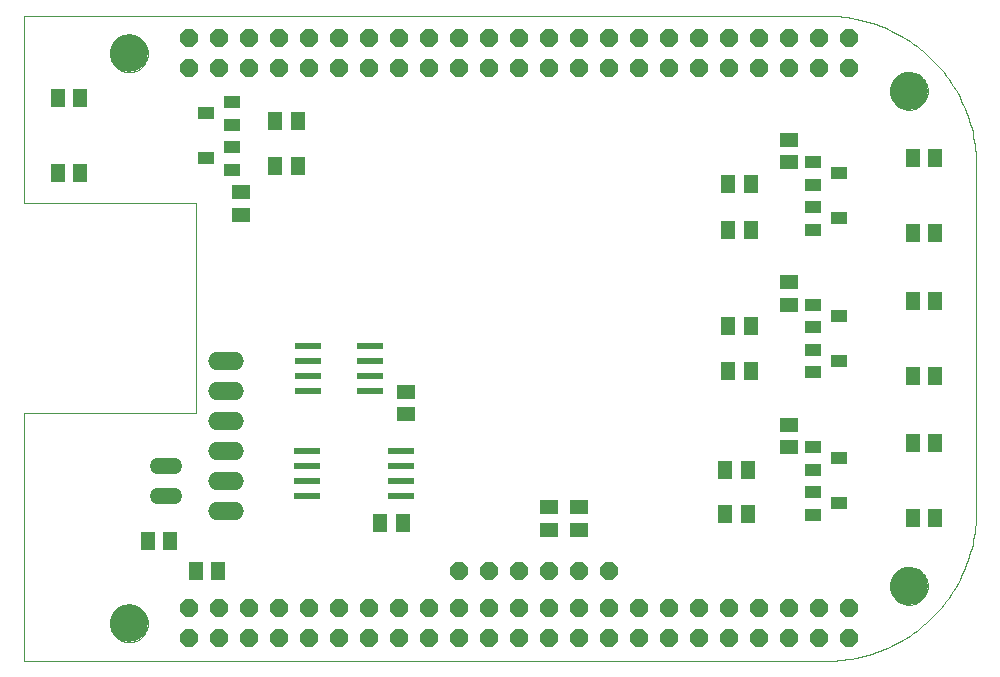
<source format=gbs>
G75*
G70*
%OFA0B0*%
%FSLAX24Y24*%
%IPPOS*%
%LPD*%
%AMOC8*
5,1,8,0,0,1.08239X$1,22.5*
%
%ADD10C,0.0000*%
%ADD11OC8,0.0600*%
%ADD12C,0.1260*%
%ADD13O,0.1200X0.0600*%
%ADD14R,0.0591X0.0512*%
%ADD15R,0.0512X0.0591*%
%ADD16R,0.0866X0.0236*%
%ADD17O,0.1080X0.0540*%
%ADD18R,0.0551X0.0394*%
D10*
X002187Y002187D02*
X002187Y010437D01*
X007937Y010437D01*
X007937Y017437D01*
X002187Y017437D01*
X002187Y023687D01*
X028937Y023687D01*
X031057Y021187D02*
X031060Y021244D01*
X031067Y021301D01*
X031080Y021357D01*
X031098Y021411D01*
X031121Y021464D01*
X031149Y021514D01*
X031181Y021562D01*
X031217Y021606D01*
X031257Y021647D01*
X031301Y021685D01*
X031347Y021718D01*
X031397Y021746D01*
X031449Y021770D01*
X031503Y021790D01*
X031559Y021804D01*
X031615Y021813D01*
X031673Y021817D01*
X031730Y021816D01*
X031787Y021809D01*
X031843Y021797D01*
X031898Y021781D01*
X031951Y021759D01*
X032002Y021733D01*
X032050Y021702D01*
X032096Y021667D01*
X032138Y021627D01*
X032176Y021585D01*
X032210Y021538D01*
X032240Y021489D01*
X032265Y021438D01*
X032285Y021384D01*
X032301Y021329D01*
X032311Y021273D01*
X032316Y021216D01*
X032316Y021158D01*
X032311Y021101D01*
X032301Y021045D01*
X032285Y020990D01*
X032265Y020936D01*
X032240Y020885D01*
X032210Y020836D01*
X032176Y020789D01*
X032138Y020747D01*
X032096Y020707D01*
X032050Y020672D01*
X032002Y020641D01*
X031951Y020615D01*
X031898Y020593D01*
X031843Y020577D01*
X031787Y020565D01*
X031730Y020558D01*
X031673Y020557D01*
X031615Y020561D01*
X031559Y020570D01*
X031503Y020584D01*
X031449Y020604D01*
X031397Y020628D01*
X031347Y020656D01*
X031301Y020689D01*
X031257Y020727D01*
X031217Y020768D01*
X031181Y020812D01*
X031149Y020860D01*
X031121Y020910D01*
X031098Y020963D01*
X031080Y021017D01*
X031067Y021073D01*
X031060Y021130D01*
X031057Y021187D01*
X028937Y023687D02*
X029077Y023685D01*
X029217Y023679D01*
X029357Y023669D01*
X029497Y023656D01*
X029636Y023638D01*
X029775Y023616D01*
X029912Y023591D01*
X030050Y023562D01*
X030186Y023529D01*
X030321Y023492D01*
X030455Y023451D01*
X030588Y023406D01*
X030720Y023358D01*
X030850Y023306D01*
X030979Y023251D01*
X031106Y023192D01*
X031232Y023129D01*
X031356Y023063D01*
X031477Y022994D01*
X031597Y022921D01*
X031715Y022844D01*
X031830Y022765D01*
X031944Y022682D01*
X032054Y022596D01*
X032163Y022507D01*
X032269Y022415D01*
X032372Y022320D01*
X032473Y022223D01*
X032570Y022122D01*
X032665Y022019D01*
X032757Y021913D01*
X032846Y021804D01*
X032932Y021694D01*
X033015Y021580D01*
X033094Y021465D01*
X033171Y021347D01*
X033244Y021227D01*
X033313Y021106D01*
X033379Y020982D01*
X033442Y020856D01*
X033501Y020729D01*
X033556Y020600D01*
X033608Y020470D01*
X033656Y020338D01*
X033701Y020205D01*
X033742Y020071D01*
X033779Y019936D01*
X033812Y019800D01*
X033841Y019662D01*
X033866Y019525D01*
X033888Y019386D01*
X033906Y019247D01*
X033919Y019107D01*
X033929Y018967D01*
X033935Y018827D01*
X033937Y018687D01*
X033937Y007187D01*
X031057Y004687D02*
X031060Y004744D01*
X031067Y004801D01*
X031080Y004857D01*
X031098Y004911D01*
X031121Y004964D01*
X031149Y005014D01*
X031181Y005062D01*
X031217Y005106D01*
X031257Y005147D01*
X031301Y005185D01*
X031347Y005218D01*
X031397Y005246D01*
X031449Y005270D01*
X031503Y005290D01*
X031559Y005304D01*
X031615Y005313D01*
X031673Y005317D01*
X031730Y005316D01*
X031787Y005309D01*
X031843Y005297D01*
X031898Y005281D01*
X031951Y005259D01*
X032002Y005233D01*
X032050Y005202D01*
X032096Y005167D01*
X032138Y005127D01*
X032176Y005085D01*
X032210Y005038D01*
X032240Y004989D01*
X032265Y004938D01*
X032285Y004884D01*
X032301Y004829D01*
X032311Y004773D01*
X032316Y004716D01*
X032316Y004658D01*
X032311Y004601D01*
X032301Y004545D01*
X032285Y004490D01*
X032265Y004436D01*
X032240Y004385D01*
X032210Y004336D01*
X032176Y004289D01*
X032138Y004247D01*
X032096Y004207D01*
X032050Y004172D01*
X032002Y004141D01*
X031951Y004115D01*
X031898Y004093D01*
X031843Y004077D01*
X031787Y004065D01*
X031730Y004058D01*
X031673Y004057D01*
X031615Y004061D01*
X031559Y004070D01*
X031503Y004084D01*
X031449Y004104D01*
X031397Y004128D01*
X031347Y004156D01*
X031301Y004189D01*
X031257Y004227D01*
X031217Y004268D01*
X031181Y004312D01*
X031149Y004360D01*
X031121Y004410D01*
X031098Y004463D01*
X031080Y004517D01*
X031067Y004573D01*
X031060Y004630D01*
X031057Y004687D01*
X028937Y002187D02*
X002187Y002187D01*
X005057Y003437D02*
X005060Y003494D01*
X005067Y003551D01*
X005080Y003607D01*
X005098Y003661D01*
X005121Y003714D01*
X005149Y003764D01*
X005181Y003812D01*
X005217Y003856D01*
X005257Y003897D01*
X005301Y003935D01*
X005347Y003968D01*
X005397Y003996D01*
X005449Y004020D01*
X005503Y004040D01*
X005559Y004054D01*
X005615Y004063D01*
X005673Y004067D01*
X005730Y004066D01*
X005787Y004059D01*
X005843Y004047D01*
X005898Y004031D01*
X005951Y004009D01*
X006002Y003983D01*
X006050Y003952D01*
X006096Y003917D01*
X006138Y003877D01*
X006176Y003835D01*
X006210Y003788D01*
X006240Y003739D01*
X006265Y003688D01*
X006285Y003634D01*
X006301Y003579D01*
X006311Y003523D01*
X006316Y003466D01*
X006316Y003408D01*
X006311Y003351D01*
X006301Y003295D01*
X006285Y003240D01*
X006265Y003186D01*
X006240Y003135D01*
X006210Y003086D01*
X006176Y003039D01*
X006138Y002997D01*
X006096Y002957D01*
X006050Y002922D01*
X006002Y002891D01*
X005951Y002865D01*
X005898Y002843D01*
X005843Y002827D01*
X005787Y002815D01*
X005730Y002808D01*
X005673Y002807D01*
X005615Y002811D01*
X005559Y002820D01*
X005503Y002834D01*
X005449Y002854D01*
X005397Y002878D01*
X005347Y002906D01*
X005301Y002939D01*
X005257Y002977D01*
X005217Y003018D01*
X005181Y003062D01*
X005149Y003110D01*
X005121Y003160D01*
X005098Y003213D01*
X005080Y003267D01*
X005067Y003323D01*
X005060Y003380D01*
X005057Y003437D01*
X028937Y002187D02*
X029077Y002189D01*
X029217Y002195D01*
X029357Y002205D01*
X029497Y002218D01*
X029636Y002236D01*
X029775Y002258D01*
X029912Y002283D01*
X030050Y002312D01*
X030186Y002345D01*
X030321Y002382D01*
X030455Y002423D01*
X030588Y002468D01*
X030720Y002516D01*
X030850Y002568D01*
X030979Y002623D01*
X031106Y002682D01*
X031232Y002745D01*
X031356Y002811D01*
X031477Y002880D01*
X031597Y002953D01*
X031715Y003030D01*
X031830Y003109D01*
X031944Y003192D01*
X032054Y003278D01*
X032163Y003367D01*
X032269Y003459D01*
X032372Y003554D01*
X032473Y003651D01*
X032570Y003752D01*
X032665Y003855D01*
X032757Y003961D01*
X032846Y004070D01*
X032932Y004180D01*
X033015Y004294D01*
X033094Y004409D01*
X033171Y004527D01*
X033244Y004647D01*
X033313Y004768D01*
X033379Y004892D01*
X033442Y005018D01*
X033501Y005145D01*
X033556Y005274D01*
X033608Y005404D01*
X033656Y005536D01*
X033701Y005669D01*
X033742Y005803D01*
X033779Y005938D01*
X033812Y006074D01*
X033841Y006212D01*
X033866Y006349D01*
X033888Y006488D01*
X033906Y006627D01*
X033919Y006767D01*
X033929Y006907D01*
X033935Y007047D01*
X033937Y007187D01*
X005057Y022437D02*
X005060Y022494D01*
X005067Y022551D01*
X005080Y022607D01*
X005098Y022661D01*
X005121Y022714D01*
X005149Y022764D01*
X005181Y022812D01*
X005217Y022856D01*
X005257Y022897D01*
X005301Y022935D01*
X005347Y022968D01*
X005397Y022996D01*
X005449Y023020D01*
X005503Y023040D01*
X005559Y023054D01*
X005615Y023063D01*
X005673Y023067D01*
X005730Y023066D01*
X005787Y023059D01*
X005843Y023047D01*
X005898Y023031D01*
X005951Y023009D01*
X006002Y022983D01*
X006050Y022952D01*
X006096Y022917D01*
X006138Y022877D01*
X006176Y022835D01*
X006210Y022788D01*
X006240Y022739D01*
X006265Y022688D01*
X006285Y022634D01*
X006301Y022579D01*
X006311Y022523D01*
X006316Y022466D01*
X006316Y022408D01*
X006311Y022351D01*
X006301Y022295D01*
X006285Y022240D01*
X006265Y022186D01*
X006240Y022135D01*
X006210Y022086D01*
X006176Y022039D01*
X006138Y021997D01*
X006096Y021957D01*
X006050Y021922D01*
X006002Y021891D01*
X005951Y021865D01*
X005898Y021843D01*
X005843Y021827D01*
X005787Y021815D01*
X005730Y021808D01*
X005673Y021807D01*
X005615Y021811D01*
X005559Y021820D01*
X005503Y021834D01*
X005449Y021854D01*
X005397Y021878D01*
X005347Y021906D01*
X005301Y021939D01*
X005257Y021977D01*
X005217Y022018D01*
X005181Y022062D01*
X005149Y022110D01*
X005121Y022160D01*
X005098Y022213D01*
X005080Y022267D01*
X005067Y022323D01*
X005060Y022380D01*
X005057Y022437D01*
D11*
X007687Y021937D03*
X008687Y021937D03*
X008687Y022937D03*
X007687Y022937D03*
X009687Y022937D03*
X009687Y021937D03*
X010687Y021937D03*
X010687Y022937D03*
X011687Y022937D03*
X012687Y022937D03*
X012687Y021937D03*
X011687Y021937D03*
X013687Y021937D03*
X013687Y022937D03*
X014687Y022937D03*
X014687Y021937D03*
X015687Y021937D03*
X016687Y021937D03*
X016687Y022937D03*
X015687Y022937D03*
X017687Y022937D03*
X017687Y021937D03*
X018687Y021937D03*
X018687Y022937D03*
X019687Y022937D03*
X020687Y022937D03*
X020687Y021937D03*
X019687Y021937D03*
X021687Y021937D03*
X021687Y022937D03*
X022687Y022937D03*
X022687Y021937D03*
X023687Y021937D03*
X024687Y021937D03*
X024687Y022937D03*
X023687Y022937D03*
X025687Y022937D03*
X025687Y021937D03*
X026687Y021937D03*
X026687Y022937D03*
X027687Y022937D03*
X028687Y022937D03*
X028687Y021937D03*
X027687Y021937D03*
X029687Y021937D03*
X029687Y022937D03*
X021687Y005187D03*
X020687Y005187D03*
X019687Y005187D03*
X018687Y005187D03*
X017687Y005187D03*
X016687Y005187D03*
X016687Y003937D03*
X015687Y003937D03*
X015687Y002937D03*
X016687Y002937D03*
X017687Y002937D03*
X017687Y003937D03*
X018687Y003937D03*
X018687Y002937D03*
X019687Y002937D03*
X020687Y002937D03*
X020687Y003937D03*
X019687Y003937D03*
X021687Y003937D03*
X021687Y002937D03*
X022687Y002937D03*
X022687Y003937D03*
X023687Y003937D03*
X024687Y003937D03*
X024687Y002937D03*
X023687Y002937D03*
X025687Y002937D03*
X025687Y003937D03*
X026687Y003937D03*
X026687Y002937D03*
X027687Y002937D03*
X028687Y002937D03*
X028687Y003937D03*
X027687Y003937D03*
X029687Y003937D03*
X029687Y002937D03*
X014687Y002937D03*
X013687Y002937D03*
X012687Y002937D03*
X011687Y002937D03*
X010687Y002937D03*
X009687Y002937D03*
X008687Y002937D03*
X007687Y002937D03*
X007687Y003937D03*
X008687Y003937D03*
X009687Y003937D03*
X010687Y003937D03*
X011687Y003937D03*
X012687Y003937D03*
X013687Y003937D03*
X014687Y003937D03*
D12*
X005687Y003437D03*
X005687Y022437D03*
X031687Y021187D03*
X031687Y004687D03*
D13*
X008937Y007187D03*
X008937Y008187D03*
X008937Y009187D03*
X008937Y010187D03*
X008937Y011187D03*
X008937Y012187D03*
D14*
X014937Y011161D03*
X014937Y010413D03*
X019687Y007311D03*
X020687Y007311D03*
X020687Y006563D03*
X019687Y006563D03*
X027687Y009313D03*
X027687Y010061D03*
X027687Y014063D03*
X027687Y014811D03*
X027687Y018813D03*
X027687Y019561D03*
X009437Y017811D03*
X009437Y017063D03*
D15*
X010563Y018687D03*
X011311Y018687D03*
X011311Y020187D03*
X010563Y020187D03*
X004061Y020937D03*
X003313Y020937D03*
X003313Y018437D03*
X004061Y018437D03*
X014063Y006787D03*
X014811Y006787D03*
X008661Y005187D03*
X007913Y005187D03*
X007061Y006187D03*
X006313Y006187D03*
X025563Y007087D03*
X026311Y007087D03*
X026311Y008537D03*
X025563Y008537D03*
X025663Y011837D03*
X026411Y011837D03*
X026411Y013337D03*
X025663Y013337D03*
X025663Y016537D03*
X026411Y016537D03*
X026411Y018087D03*
X025663Y018087D03*
X031813Y018937D03*
X032561Y018937D03*
X032561Y016437D03*
X031813Y016437D03*
X031813Y014187D03*
X032561Y014187D03*
X032561Y011687D03*
X031813Y011687D03*
X031813Y009437D03*
X032561Y009437D03*
X032561Y006937D03*
X031813Y006937D03*
D16*
X014748Y007687D03*
X014748Y008187D03*
X014748Y008687D03*
X014748Y009187D03*
X013711Y011187D03*
X013711Y011687D03*
X013711Y012187D03*
X013711Y012687D03*
X011663Y012687D03*
X011663Y012187D03*
X011663Y011687D03*
X011663Y011187D03*
X011626Y009187D03*
X011626Y008687D03*
X011626Y008187D03*
X011626Y007687D03*
D17*
X006937Y007687D03*
X006937Y008687D03*
D18*
X009120Y018563D03*
X009120Y019311D03*
X009120Y020063D03*
X009120Y020811D03*
X008254Y020437D03*
X008254Y018937D03*
X028504Y018811D03*
X029370Y018437D03*
X028504Y018063D03*
X028504Y017311D03*
X029370Y016937D03*
X028504Y016563D03*
X028504Y014061D03*
X029370Y013687D03*
X028504Y013313D03*
X028504Y012561D03*
X029370Y012187D03*
X028504Y011813D03*
X028504Y009311D03*
X029370Y008937D03*
X028504Y008563D03*
X028504Y007811D03*
X029370Y007437D03*
X028504Y007063D03*
M02*

</source>
